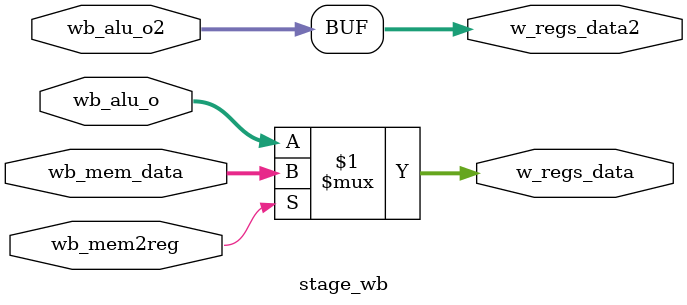
<source format=v>
module stage_wb(
    input  wire[31:0]  wb_mem_data,
    input  wire[31:0]  wb_alu_o,
    input  wire[31:0]  wb_alu_o2,
    input  wire        wb_mem2reg,
    output wire[31:0]  w_regs_data,
    output wire[31:0]  w_regs_data2
);

assign w_regs_data = wb_mem2reg ? wb_mem_data : wb_alu_o;
assign w_regs_data2=wb_alu_o2;
endmodule

</source>
